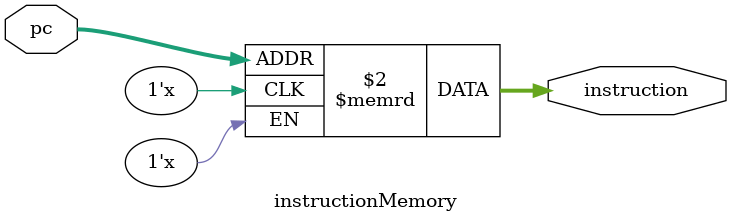
<source format=v>
module instructionMemory(input [7:0] pc, output reg [31:0] instruction);
	reg [31:0] instructionFile [255:0];
	always @(*) instruction = instructionFile[pc];
endmodule
</source>
